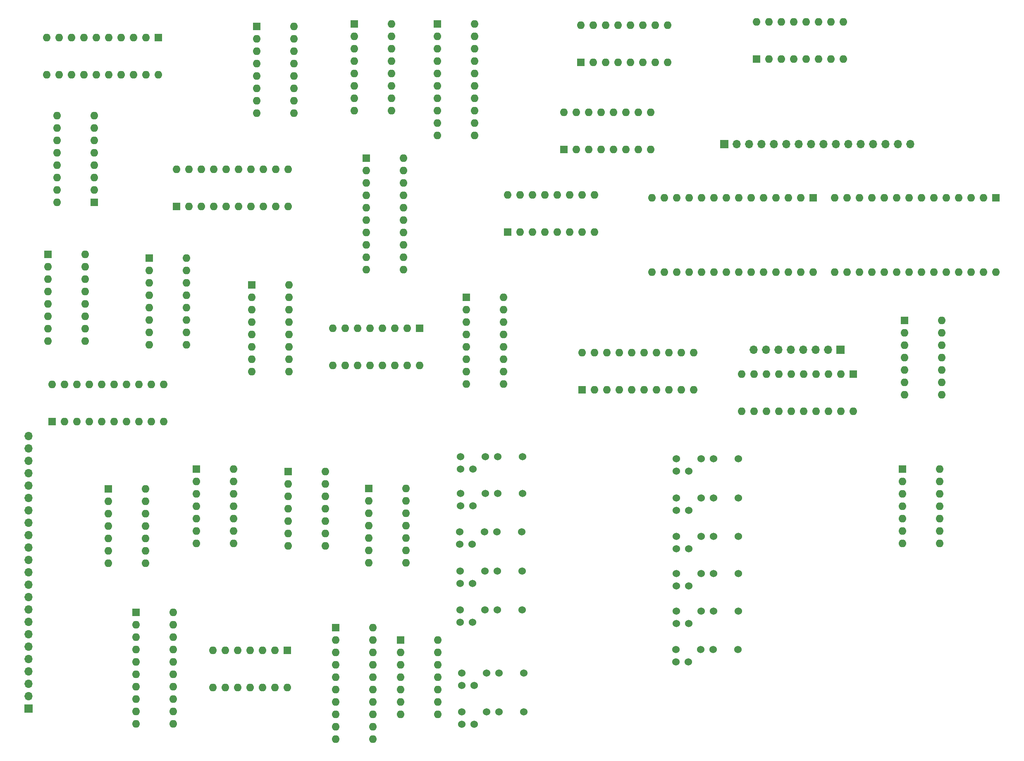
<source format=gbr>
%TF.GenerationSoftware,KiCad,Pcbnew,8.0.2-1*%
%TF.CreationDate,2024-06-24T15:07:34-04:00*%
%TF.ProjectId,stack_controller,73746163-6b5f-4636-9f6e-74726f6c6c65,rev?*%
%TF.SameCoordinates,Original*%
%TF.FileFunction,Soldermask,Bot*%
%TF.FilePolarity,Negative*%
%FSLAX46Y46*%
G04 Gerber Fmt 4.6, Leading zero omitted, Abs format (unit mm)*
G04 Created by KiCad (PCBNEW 8.0.2-1) date 2024-06-24 15:07:34*
%MOMM*%
%LPD*%
G01*
G04 APERTURE LIST*
%ADD10C,1.524000*%
%ADD11R,1.600000X1.600000*%
%ADD12O,1.600000X1.600000*%
%ADD13R,1.700000X1.700000*%
%ADD14O,1.700000X1.700000*%
G04 APERTURE END LIST*
D10*
%TO.C,U40*%
X171450000Y-121977000D03*
X176530000Y-121977000D03*
X171450000Y-124517000D03*
X173990000Y-124517000D03*
X179070000Y-121977000D03*
X184150000Y-121977000D03*
%TD*%
%TO.C,U44*%
X171370000Y-153107000D03*
X176450000Y-153107000D03*
X171370000Y-155647000D03*
X173910000Y-155647000D03*
X178990000Y-153107000D03*
X184070000Y-153107000D03*
%TD*%
D11*
%TO.C,U15*%
X84500000Y-78342000D03*
D12*
X84500000Y-80882000D03*
X84500000Y-83422000D03*
X84500000Y-85962000D03*
X84500000Y-88502000D03*
X84500000Y-91042000D03*
X84500000Y-93582000D03*
X84500000Y-96122000D03*
X92120000Y-96122000D03*
X92120000Y-93582000D03*
X92120000Y-91042000D03*
X92120000Y-88502000D03*
X92120000Y-85962000D03*
X92120000Y-83422000D03*
X92120000Y-80882000D03*
X92120000Y-78342000D03*
%TD*%
D11*
%TO.C,U8*%
X65420000Y-27597000D03*
D12*
X62880000Y-27597000D03*
X60340000Y-27597000D03*
X57800000Y-27597000D03*
X55260000Y-27597000D03*
X52720000Y-27597000D03*
X50180000Y-27597000D03*
X47640000Y-27597000D03*
X45100000Y-27597000D03*
X42560000Y-27597000D03*
X42560000Y-35217000D03*
X45100000Y-35217000D03*
X47640000Y-35217000D03*
X50180000Y-35217000D03*
X52720000Y-35217000D03*
X55260000Y-35217000D03*
X57800000Y-35217000D03*
X60340000Y-35217000D03*
X62880000Y-35217000D03*
X65420000Y-35217000D03*
%TD*%
D11*
%TO.C,U11*%
X199460000Y-60477000D03*
D12*
X196920000Y-60477000D03*
X194380000Y-60477000D03*
X191840000Y-60477000D03*
X189300000Y-60477000D03*
X186760000Y-60477000D03*
X184220000Y-60477000D03*
X181680000Y-60477000D03*
X179140000Y-60477000D03*
X176600000Y-60477000D03*
X174060000Y-60477000D03*
X171520000Y-60477000D03*
X168980000Y-60477000D03*
X166440000Y-60477000D03*
X166440000Y-75717000D03*
X168980000Y-75717000D03*
X171520000Y-75717000D03*
X174060000Y-75717000D03*
X176600000Y-75717000D03*
X179140000Y-75717000D03*
X181680000Y-75717000D03*
X184220000Y-75717000D03*
X186760000Y-75717000D03*
X189300000Y-75717000D03*
X191840000Y-75717000D03*
X194380000Y-75717000D03*
X196920000Y-75717000D03*
X199460000Y-75717000D03*
%TD*%
D11*
%TO.C,U24*%
X55180000Y-120177000D03*
D12*
X55180000Y-122717000D03*
X55180000Y-125257000D03*
X55180000Y-127797000D03*
X55180000Y-130337000D03*
X55180000Y-132877000D03*
X55180000Y-135417000D03*
X62800000Y-135417000D03*
X62800000Y-132877000D03*
X62800000Y-130337000D03*
X62800000Y-127797000D03*
X62800000Y-125257000D03*
X62800000Y-122717000D03*
X62800000Y-120177000D03*
%TD*%
D11*
%TO.C,U23*%
X187925000Y-32017000D03*
D12*
X190465000Y-32017000D03*
X193005000Y-32017000D03*
X195545000Y-32017000D03*
X198085000Y-32017000D03*
X200625000Y-32017000D03*
X203165000Y-32017000D03*
X205705000Y-32017000D03*
X205705000Y-24397000D03*
X203165000Y-24397000D03*
X200625000Y-24397000D03*
X198085000Y-24397000D03*
X195545000Y-24397000D03*
X193005000Y-24397000D03*
X190465000Y-24397000D03*
X187925000Y-24397000D03*
%TD*%
D11*
%TO.C,U4*%
X63500000Y-72842000D03*
D12*
X63500000Y-75382000D03*
X63500000Y-77922000D03*
X63500000Y-80462000D03*
X63500000Y-83002000D03*
X63500000Y-85542000D03*
X63500000Y-88082000D03*
X63500000Y-90622000D03*
X71120000Y-90622000D03*
X71120000Y-88082000D03*
X71120000Y-85542000D03*
X71120000Y-83002000D03*
X71120000Y-80462000D03*
X71120000Y-77922000D03*
X71120000Y-75382000D03*
X71120000Y-72842000D03*
%TD*%
D11*
%TO.C,U10*%
X236920000Y-60477000D03*
D12*
X234380000Y-60477000D03*
X231840000Y-60477000D03*
X229300000Y-60477000D03*
X226760000Y-60477000D03*
X224220000Y-60477000D03*
X221680000Y-60477000D03*
X219140000Y-60477000D03*
X216600000Y-60477000D03*
X214060000Y-60477000D03*
X211520000Y-60477000D03*
X208980000Y-60477000D03*
X206440000Y-60477000D03*
X203900000Y-60477000D03*
X203900000Y-75717000D03*
X206440000Y-75717000D03*
X208980000Y-75717000D03*
X211520000Y-75717000D03*
X214060000Y-75717000D03*
X216600000Y-75717000D03*
X219140000Y-75717000D03*
X221680000Y-75717000D03*
X224220000Y-75717000D03*
X226760000Y-75717000D03*
X229300000Y-75717000D03*
X231840000Y-75717000D03*
X234380000Y-75717000D03*
X236920000Y-75717000D03*
%TD*%
D10*
%TO.C,U39*%
X171450000Y-113977000D03*
X176530000Y-113977000D03*
X171450000Y-116517000D03*
X173990000Y-116517000D03*
X179070000Y-113977000D03*
X184150000Y-113977000D03*
%TD*%
%TO.C,U37*%
X127220000Y-136977000D03*
X132300000Y-136977000D03*
X127220000Y-139517000D03*
X129760000Y-139517000D03*
X134840000Y-136977000D03*
X139920000Y-136977000D03*
%TD*%
D11*
%TO.C,U2*%
X85500000Y-25342000D03*
D12*
X85500000Y-27882000D03*
X85500000Y-30422000D03*
X85500000Y-32962000D03*
X85500000Y-35502000D03*
X85500000Y-38042000D03*
X85500000Y-40582000D03*
X85500000Y-43122000D03*
X93120000Y-43122000D03*
X93120000Y-40582000D03*
X93120000Y-38042000D03*
X93120000Y-35502000D03*
X93120000Y-32962000D03*
X93120000Y-30422000D03*
X93120000Y-27882000D03*
X93120000Y-25342000D03*
%TD*%
D11*
%TO.C,U25*%
X73180000Y-116057000D03*
D12*
X73180000Y-118597000D03*
X73180000Y-121137000D03*
X73180000Y-123677000D03*
X73180000Y-126217000D03*
X73180000Y-128757000D03*
X73180000Y-131297000D03*
X80800000Y-131297000D03*
X80800000Y-128757000D03*
X80800000Y-126217000D03*
X80800000Y-123677000D03*
X80800000Y-121137000D03*
X80800000Y-118597000D03*
X80800000Y-116057000D03*
%TD*%
D11*
%TO.C,U13*%
X217800000Y-116057000D03*
D12*
X217800000Y-118597000D03*
X217800000Y-121137000D03*
X217800000Y-123677000D03*
X217800000Y-126217000D03*
X217800000Y-128757000D03*
X217800000Y-131297000D03*
X225420000Y-131297000D03*
X225420000Y-128757000D03*
X225420000Y-126217000D03*
X225420000Y-123677000D03*
X225420000Y-121137000D03*
X225420000Y-118597000D03*
X225420000Y-116057000D03*
%TD*%
D11*
%TO.C,U14*%
X42800000Y-72017000D03*
D12*
X42800000Y-74557000D03*
X42800000Y-77097000D03*
X42800000Y-79637000D03*
X42800000Y-82177000D03*
X42800000Y-84717000D03*
X42800000Y-87257000D03*
X42800000Y-89797000D03*
X50420000Y-89797000D03*
X50420000Y-87257000D03*
X50420000Y-84717000D03*
X50420000Y-82177000D03*
X50420000Y-79637000D03*
X50420000Y-77097000D03*
X50420000Y-74557000D03*
X50420000Y-72017000D03*
%TD*%
D11*
%TO.C,U3*%
X52300000Y-61337000D03*
D12*
X52300000Y-58797000D03*
X52300000Y-56257000D03*
X52300000Y-53717000D03*
X52300000Y-51177000D03*
X52300000Y-48637000D03*
X52300000Y-46097000D03*
X52300000Y-43557000D03*
X44680000Y-43557000D03*
X44680000Y-46097000D03*
X44680000Y-48637000D03*
X44680000Y-51177000D03*
X44680000Y-53717000D03*
X44680000Y-56257000D03*
X44680000Y-58797000D03*
X44680000Y-61337000D03*
%TD*%
D13*
%TO.C,U5*%
X38800000Y-165197000D03*
D14*
X38800000Y-162657000D03*
X38800000Y-160117000D03*
X38800000Y-157577000D03*
X38800000Y-155037000D03*
X38800000Y-152497000D03*
X38800000Y-149957000D03*
X38800000Y-147417000D03*
X38800000Y-144877000D03*
X38800000Y-142337000D03*
X38800000Y-139797000D03*
X38800000Y-137257000D03*
X38800000Y-134717000D03*
X38800000Y-132177000D03*
X38800000Y-129637000D03*
X38800000Y-127097000D03*
X38800000Y-124557000D03*
X38800000Y-122017000D03*
X38800000Y-119477000D03*
X38800000Y-116937000D03*
X38800000Y-114397000D03*
X38800000Y-111857000D03*
X38800000Y-109317000D03*
%TD*%
D11*
%TO.C,U28*%
X92000000Y-116592000D03*
D12*
X92000000Y-119132000D03*
X92000000Y-121672000D03*
X92000000Y-124212000D03*
X92000000Y-126752000D03*
X92000000Y-129292000D03*
X92000000Y-131832000D03*
X99620000Y-131832000D03*
X99620000Y-129292000D03*
X99620000Y-126752000D03*
X99620000Y-124212000D03*
X99620000Y-121672000D03*
X99620000Y-119132000D03*
X99620000Y-116592000D03*
%TD*%
D11*
%TO.C,U1*%
X105500000Y-24842000D03*
D12*
X105500000Y-27382000D03*
X105500000Y-29922000D03*
X105500000Y-32462000D03*
X105500000Y-35002000D03*
X105500000Y-37542000D03*
X105500000Y-40082000D03*
X105500000Y-42622000D03*
X113120000Y-42622000D03*
X113120000Y-40082000D03*
X113120000Y-37542000D03*
X113120000Y-35002000D03*
X113120000Y-32462000D03*
X113120000Y-29922000D03*
X113120000Y-27382000D03*
X113120000Y-24842000D03*
%TD*%
D11*
%TO.C,U20*%
X136925000Y-67517000D03*
D12*
X139465000Y-67517000D03*
X142005000Y-67517000D03*
X144545000Y-67517000D03*
X147085000Y-67517000D03*
X149625000Y-67517000D03*
X152165000Y-67517000D03*
X154705000Y-67517000D03*
X154705000Y-59897000D03*
X152165000Y-59897000D03*
X149625000Y-59897000D03*
X147085000Y-59897000D03*
X144545000Y-59897000D03*
X142005000Y-59897000D03*
X139465000Y-59897000D03*
X136925000Y-59897000D03*
%TD*%
D11*
%TO.C,U47*%
X115000000Y-151092000D03*
D12*
X115000000Y-153632000D03*
X115000000Y-156172000D03*
X115000000Y-158712000D03*
X115000000Y-161252000D03*
X115000000Y-163792000D03*
X115000000Y-166332000D03*
X122620000Y-166332000D03*
X122620000Y-163792000D03*
X122620000Y-161252000D03*
X122620000Y-158712000D03*
X122620000Y-156172000D03*
X122620000Y-153632000D03*
X122620000Y-151092000D03*
%TD*%
D10*
%TO.C,U36*%
X127140000Y-128977000D03*
X132220000Y-128977000D03*
X127140000Y-131517000D03*
X129680000Y-131517000D03*
X134760000Y-128977000D03*
X139840000Y-128977000D03*
%TD*%
D11*
%TO.C,U6*%
X122500000Y-24792000D03*
D12*
X122500000Y-27332000D03*
X122500000Y-29872000D03*
X122500000Y-32412000D03*
X122500000Y-34952000D03*
X122500000Y-37492000D03*
X122500000Y-40032000D03*
X122500000Y-42572000D03*
X122500000Y-45112000D03*
X122500000Y-47652000D03*
X130120000Y-47652000D03*
X130120000Y-45112000D03*
X130120000Y-42572000D03*
X130120000Y-40032000D03*
X130120000Y-37492000D03*
X130120000Y-34952000D03*
X130120000Y-32412000D03*
X130120000Y-29872000D03*
X130120000Y-27332000D03*
X130120000Y-24792000D03*
%TD*%
D10*
%TO.C,U43*%
X171450000Y-145217000D03*
X176530000Y-145217000D03*
X171450000Y-147757000D03*
X173990000Y-147757000D03*
X179070000Y-145217000D03*
X184150000Y-145217000D03*
%TD*%
D11*
%TO.C,U21*%
X148425000Y-50517000D03*
D12*
X150965000Y-50517000D03*
X153505000Y-50517000D03*
X156045000Y-50517000D03*
X158585000Y-50517000D03*
X161125000Y-50517000D03*
X163665000Y-50517000D03*
X166205000Y-50517000D03*
X166205000Y-42897000D03*
X163665000Y-42897000D03*
X161125000Y-42897000D03*
X158585000Y-42897000D03*
X156045000Y-42897000D03*
X153505000Y-42897000D03*
X150965000Y-42897000D03*
X148425000Y-42897000D03*
%TD*%
D11*
%TO.C,U18*%
X43640000Y-106357000D03*
D12*
X46180000Y-106357000D03*
X48720000Y-106357000D03*
X51260000Y-106357000D03*
X53800000Y-106357000D03*
X56340000Y-106357000D03*
X58880000Y-106357000D03*
X61420000Y-106357000D03*
X63960000Y-106357000D03*
X66500000Y-106357000D03*
X66500000Y-98737000D03*
X63960000Y-98737000D03*
X61420000Y-98737000D03*
X58880000Y-98737000D03*
X56340000Y-98737000D03*
X53800000Y-98737000D03*
X51260000Y-98737000D03*
X48720000Y-98737000D03*
X46180000Y-98737000D03*
X43640000Y-98737000D03*
%TD*%
D10*
%TO.C,U45*%
X127490000Y-157897000D03*
X132570000Y-157897000D03*
X127490000Y-160437000D03*
X130030000Y-160437000D03*
X135110000Y-157897000D03*
X140190000Y-157897000D03*
%TD*%
D11*
%TO.C,U7*%
X108000000Y-52292000D03*
D12*
X108000000Y-54832000D03*
X108000000Y-57372000D03*
X108000000Y-59912000D03*
X108000000Y-62452000D03*
X108000000Y-64992000D03*
X108000000Y-67532000D03*
X108000000Y-70072000D03*
X108000000Y-72612000D03*
X108000000Y-75152000D03*
X115620000Y-75152000D03*
X115620000Y-72612000D03*
X115620000Y-70072000D03*
X115620000Y-67532000D03*
X115620000Y-64992000D03*
X115620000Y-62452000D03*
X115620000Y-59912000D03*
X115620000Y-57372000D03*
X115620000Y-54832000D03*
X115620000Y-52292000D03*
%TD*%
D13*
%TO.C,U32*%
X205120000Y-91602000D03*
D14*
X202580000Y-91602000D03*
X200040000Y-91602000D03*
X197500000Y-91602000D03*
X194960000Y-91602000D03*
X192420000Y-91602000D03*
X189880000Y-91602000D03*
X187340000Y-91602000D03*
%TD*%
D11*
%TO.C,U16*%
X118880000Y-87217000D03*
D12*
X116340000Y-87217000D03*
X113800000Y-87217000D03*
X111260000Y-87217000D03*
X108720000Y-87217000D03*
X106180000Y-87217000D03*
X103640000Y-87217000D03*
X101100000Y-87217000D03*
X101100000Y-94837000D03*
X103640000Y-94837000D03*
X106180000Y-94837000D03*
X108720000Y-94837000D03*
X111260000Y-94837000D03*
X113800000Y-94837000D03*
X116340000Y-94837000D03*
X118880000Y-94837000D03*
%TD*%
D11*
%TO.C,U31*%
X108500000Y-120092000D03*
D12*
X108500000Y-122632000D03*
X108500000Y-125172000D03*
X108500000Y-127712000D03*
X108500000Y-130252000D03*
X108500000Y-132792000D03*
X108500000Y-135332000D03*
X116120000Y-135332000D03*
X116120000Y-132792000D03*
X116120000Y-130252000D03*
X116120000Y-127712000D03*
X116120000Y-125172000D03*
X116120000Y-122632000D03*
X116120000Y-120092000D03*
%TD*%
D13*
%TO.C,U33*%
X181332500Y-49409500D03*
D14*
X183872500Y-49409500D03*
X186412500Y-49409500D03*
X188952500Y-49409500D03*
X191492500Y-49409500D03*
X194032500Y-49409500D03*
X196572500Y-49409500D03*
X199112500Y-49409500D03*
X201652500Y-49409500D03*
X204192500Y-49409500D03*
X206732500Y-49409500D03*
X209272500Y-49409500D03*
X211812500Y-49409500D03*
X214352500Y-49409500D03*
X216892500Y-49409500D03*
X219432500Y-49409500D03*
%TD*%
D10*
%TO.C,U42*%
X171450000Y-137477000D03*
X176530000Y-137477000D03*
X171450000Y-140017000D03*
X173990000Y-140017000D03*
X179070000Y-137477000D03*
X184150000Y-137477000D03*
%TD*%
%TO.C,U35*%
X127260000Y-121094500D03*
X132340000Y-121094500D03*
X127260000Y-123634500D03*
X129800000Y-123634500D03*
X134880000Y-121094500D03*
X139960000Y-121094500D03*
%TD*%
D11*
%TO.C,U9*%
X60800000Y-145477000D03*
D12*
X60800000Y-148017000D03*
X60800000Y-150557000D03*
X60800000Y-153097000D03*
X60800000Y-155637000D03*
X60800000Y-158177000D03*
X60800000Y-160717000D03*
X60800000Y-163257000D03*
X60800000Y-165797000D03*
X60800000Y-168337000D03*
X68420000Y-168337000D03*
X68420000Y-165797000D03*
X68420000Y-163257000D03*
X68420000Y-160717000D03*
X68420000Y-158177000D03*
X68420000Y-155637000D03*
X68420000Y-153097000D03*
X68420000Y-150557000D03*
X68420000Y-148017000D03*
X68420000Y-145477000D03*
%TD*%
D11*
%TO.C,U22*%
X151925000Y-32637000D03*
D12*
X154465000Y-32637000D03*
X157005000Y-32637000D03*
X159545000Y-32637000D03*
X162085000Y-32637000D03*
X164625000Y-32637000D03*
X167165000Y-32637000D03*
X169705000Y-32637000D03*
X169705000Y-25017000D03*
X167165000Y-25017000D03*
X164625000Y-25017000D03*
X162085000Y-25017000D03*
X159545000Y-25017000D03*
X157005000Y-25017000D03*
X154465000Y-25017000D03*
X151925000Y-25017000D03*
%TD*%
D11*
%TO.C,U12*%
X69140000Y-62217000D03*
D12*
X71680000Y-62217000D03*
X74220000Y-62217000D03*
X76760000Y-62217000D03*
X79300000Y-62217000D03*
X81840000Y-62217000D03*
X84380000Y-62217000D03*
X86920000Y-62217000D03*
X89460000Y-62217000D03*
X92000000Y-62217000D03*
X92000000Y-54597000D03*
X89460000Y-54597000D03*
X86920000Y-54597000D03*
X84380000Y-54597000D03*
X81840000Y-54597000D03*
X79300000Y-54597000D03*
X76760000Y-54597000D03*
X74220000Y-54597000D03*
X71680000Y-54597000D03*
X69140000Y-54597000D03*
%TD*%
D10*
%TO.C,U38*%
X127220000Y-144977000D03*
X132300000Y-144977000D03*
X127220000Y-147517000D03*
X129760000Y-147517000D03*
X134840000Y-144977000D03*
X139920000Y-144977000D03*
%TD*%
D11*
%TO.C,U17*%
X128500000Y-80842000D03*
D12*
X128500000Y-83382000D03*
X128500000Y-85922000D03*
X128500000Y-88462000D03*
X128500000Y-91002000D03*
X128500000Y-93542000D03*
X128500000Y-96082000D03*
X128500000Y-98622000D03*
X136120000Y-98622000D03*
X136120000Y-96082000D03*
X136120000Y-93542000D03*
X136120000Y-91002000D03*
X136120000Y-88462000D03*
X136120000Y-85922000D03*
X136120000Y-83382000D03*
X136120000Y-80842000D03*
%TD*%
D10*
%TO.C,U41*%
X171450000Y-129847000D03*
X176530000Y-129847000D03*
X171450000Y-132387000D03*
X173990000Y-132387000D03*
X179070000Y-129847000D03*
X184150000Y-129847000D03*
%TD*%
D11*
%TO.C,U29*%
X207700000Y-96602000D03*
D12*
X205160000Y-96602000D03*
X202620000Y-96602000D03*
X200080000Y-96602000D03*
X197540000Y-96602000D03*
X195000000Y-96602000D03*
X192460000Y-96602000D03*
X189920000Y-96602000D03*
X187380000Y-96602000D03*
X184840000Y-96602000D03*
X184840000Y-104222000D03*
X187380000Y-104222000D03*
X189920000Y-104222000D03*
X192460000Y-104222000D03*
X195000000Y-104222000D03*
X197540000Y-104222000D03*
X200080000Y-104222000D03*
X202620000Y-104222000D03*
X205160000Y-104222000D03*
X207700000Y-104222000D03*
%TD*%
D10*
%TO.C,U46*%
X127490000Y-165897000D03*
X132570000Y-165897000D03*
X127490000Y-168437000D03*
X130030000Y-168437000D03*
X135110000Y-165897000D03*
X140190000Y-165897000D03*
%TD*%
%TO.C,U34*%
X127260000Y-113527000D03*
X132340000Y-113527000D03*
X127260000Y-116067000D03*
X129800000Y-116067000D03*
X134880000Y-113527000D03*
X139960000Y-113527000D03*
%TD*%
D11*
%TO.C,U19*%
X218180000Y-85597000D03*
D12*
X218180000Y-88137000D03*
X218180000Y-90677000D03*
X218180000Y-93217000D03*
X218180000Y-95757000D03*
X218180000Y-98297000D03*
X218180000Y-100837000D03*
X225800000Y-100837000D03*
X225800000Y-98297000D03*
X225800000Y-95757000D03*
X225800000Y-93217000D03*
X225800000Y-90677000D03*
X225800000Y-88137000D03*
X225800000Y-85597000D03*
%TD*%
D11*
%TO.C,U30*%
X152140000Y-99837000D03*
D12*
X154680000Y-99837000D03*
X157220000Y-99837000D03*
X159760000Y-99837000D03*
X162300000Y-99837000D03*
X164840000Y-99837000D03*
X167380000Y-99837000D03*
X169920000Y-99837000D03*
X172460000Y-99837000D03*
X175000000Y-99837000D03*
X175000000Y-92217000D03*
X172460000Y-92217000D03*
X169920000Y-92217000D03*
X167380000Y-92217000D03*
X164840000Y-92217000D03*
X162300000Y-92217000D03*
X159760000Y-92217000D03*
X157220000Y-92217000D03*
X154680000Y-92217000D03*
X152140000Y-92217000D03*
%TD*%
D11*
%TO.C,U26*%
X101680000Y-148557000D03*
D12*
X101680000Y-151097000D03*
X101680000Y-153637000D03*
X101680000Y-156177000D03*
X101680000Y-158717000D03*
X101680000Y-161257000D03*
X101680000Y-163797000D03*
X101680000Y-166337000D03*
X101680000Y-168877000D03*
X101680000Y-171417000D03*
X109300000Y-171417000D03*
X109300000Y-168877000D03*
X109300000Y-166337000D03*
X109300000Y-163797000D03*
X109300000Y-161257000D03*
X109300000Y-158717000D03*
X109300000Y-156177000D03*
X109300000Y-153637000D03*
X109300000Y-151097000D03*
X109300000Y-148557000D03*
%TD*%
D11*
%TO.C,U27*%
X91840000Y-153217000D03*
D12*
X89300000Y-153217000D03*
X86760000Y-153217000D03*
X84220000Y-153217000D03*
X81680000Y-153217000D03*
X79140000Y-153217000D03*
X76600000Y-153217000D03*
X76600000Y-160837000D03*
X79140000Y-160837000D03*
X81680000Y-160837000D03*
X84220000Y-160837000D03*
X86760000Y-160837000D03*
X89300000Y-160837000D03*
X91840000Y-160837000D03*
%TD*%
M02*

</source>
